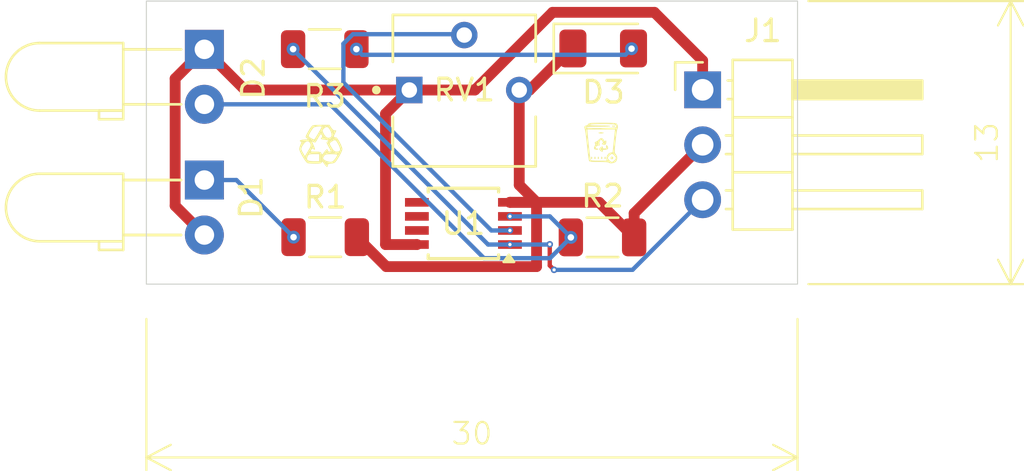
<source format=kicad_pcb>
(kicad_pcb (version 20241229) (generator "pcbnew") (generator_version "9.0")
  (layers (0 "F.Cu" signal) (2 "B.Cu" signal) (13 "F.Paste" user) (15 "B.Paste" user) (5 "F.SilkS" user "F.Silkscreen") (7 "B.SilkS" user "B.Silkscreen") (1 "F.Mask" user) (3 "B.Mask" user) (25 "Edge.Cuts" user))
  (net 0 "")
  (net 1 "+5V")
  (net 2 "Net-(D1-K)")
  (net 3 "/NON_INV")
  (net 4 "GND")
  (net 5 "Net-(D3-A)")
  (net 6 "/OP")
  (net 7 "/INV")
  (footprint "LED_THT:LED_D3.0mm_Horizontal_O3.81mm_Z2.0mm" (layer "F.Cu") (at 132.72 91.16 -90)
    (property "Reference" "D2" (at 1.34 -2.26 270) (layer "F.SilkS"))
    (property "Value" "IR RECEIVR" (hide yes))
    (fp_line (start 2.83 4.87) (end 2.83 3.75) (stroke (width 0.12)) (layer "F.SilkS"))
    (fp_line (start 3.23 4.87) (end 2.83 4.87) (stroke (width 0.12)) (layer "F.SilkS"))
    (fp_line (start -0.29 3.75) (end -0.29 7.61) (stroke (width 0.12)) (layer "F.SilkS"))
    (fp_line (start -0.29 3.75) (end 2.83 3.75) (stroke (width 0.12)) (layer "F.SilkS"))
    (fp_line (start 0 3.75) (end 0 3.75) (stroke (width 0.12)) (layer "F.SilkS"))
    (fp_line (start 0 3.75) (end 0 1.08) (stroke (width 0.12)) (layer "F.SilkS"))
    (fp_line (start 2.54 3.75) (end 2.54 3.75) (stroke (width 0.12)) (layer "F.SilkS"))
    (fp_line (start 2.54 3.75) (end 2.54 1.08) (stroke (width 0.12)) (layer "F.SilkS"))
    (fp_line (start 2.83 3.75) (end 2.83 7.61) (stroke (width 0.12)) (layer "F.SilkS"))
    (fp_line (start 2.83 3.75) (end 3.23 3.75) (stroke (width 0.12)) (layer "F.SilkS"))
    (fp_line (start 3.23 3.75) (end 3.23 4.87) (stroke (width 0.12)) (layer "F.SilkS"))
    (fp_line (start 0 1.08) (end 0 3.75) (stroke (width 0.12)) (layer "F.SilkS"))
    (fp_line (start 0 1.08) (end 0 1.08) (stroke (width 0.12)) (layer "F.SilkS"))
    (fp_line (start 2.54 1.08) (end 2.54 3.75) (stroke (width 0.12)) (layer "F.SilkS"))
    (fp_line (start 2.54 1.08) (end 2.54 1.08) (stroke (width 0.12)) (layer "F.SilkS"))
    (fp_arc (start 2.83 7.61) (mid 1.27 9.17) (end -0.29 7.61) (stroke (width 0.12)) (layer "F.SilkS"))
    (pad "1" thru_hole rect (at 0 0 270) (size 1.8 1.8) (drill 0.9) (layers "*.Cu" "*.Mask") (net 1 "+5V"))
    (pad "2" thru_hole circle (at 2.54 0 270) (size 1.8 1.8) (drill 0.9) (layers "*.Cu" "*.Mask") (net 3 "/NON_INV"))
  )
  (footprint "Resistor_SMD:R_1206_3216Metric" (layer "F.Cu") (at 138.3025 99.84)
    (property "Reference" "R1" (at 0 -1.85 0) (layer "F.SilkS"))
    (property "Value" "R" (hide yes))
    (fp_line (start -0.727064 -0.91) (end 0.727064 -0.91) (stroke (width 0.12)) (layer "F.SilkS"))
    (fp_line (start -0.727064 0.91) (end 0.727064 0.91) (stroke (width 0.12)) (layer "F.SilkS"))
    (pad "1" smd roundrect (at -1.4625 0) (size 1.125 1.75) (layers "F.Cu" "F.Mask" "F.Paste") (roundrect_rratio 0.222222) (net 2 "Net-(D1-K)"))
    (pad "2" smd roundrect (at 1.4625 0) (size 1.125 1.75) (layers "F.Cu" "F.Mask" "F.Paste") (roundrect_rratio 0.222222) (net 4 "GND"))
  )
  (footprint "LED_SMD:LED_1206_3216Metric" (layer "F.Cu") (at 151.15 91.12)
    (property "Reference" "D3" (at 0.01 2.02 0) (layer "F.SilkS"))
    (property "Value" "LED" (hide yes))
    (fp_line (start -2.285 -1.135) (end -2.285 1.135) (stroke (width 0.12)) (layer "F.SilkS"))
    (fp_line (start -2.285 1.135) (end 1.6 1.135) (stroke (width 0.12)) (layer "F.SilkS"))
    (fp_line (start 1.6 -1.135) (end -2.285 -1.135) (stroke (width 0.12)) (layer "F.SilkS"))
    (pad "1" smd roundrect (at -1.4 0) (size 1.25 1.75) (layers "F.Cu" "F.Mask" "F.Paste") (roundrect_rratio 0.2) (net 4 "GND"))
    (pad "2" smd roundrect (at 1.4 0) (size 1.25 1.75) (layers "F.Cu" "F.Mask" "F.Paste") (roundrect_rratio 0.2) (net 5 "Net-(D3-A)"))
  )
  (footprint "LED_THT:LED_D3.0mm_Horizontal_O3.81mm_Z2.0mm" (layer "F.Cu") (at 132.72 97.2 -90)
    (property "Reference" "D1" (at 0.81 -2.16 270) (layer "F.SilkS"))
    (property "Value" "IR TRANSMITTER" (hide yes))
    (fp_line (start 2.83 4.87) (end 2.83 3.75) (stroke (width 0.12)) (layer "F.SilkS"))
    (fp_line (start 3.23 4.87) (end 2.83 4.87) (stroke (width 0.12)) (layer "F.SilkS"))
    (fp_line (start -0.29 3.75) (end -0.29 7.61) (stroke (width 0.12)) (layer "F.SilkS"))
    (fp_line (start -0.29 3.75) (end 2.83 3.75) (stroke (width 0.12)) (layer "F.SilkS"))
    (fp_line (start 0 3.75) (end 0 3.75) (stroke (width 0.12)) (layer "F.SilkS"))
    (fp_line (start 0 3.75) (end 0 1.08) (stroke (width 0.12)) (layer "F.SilkS"))
    (fp_line (start 2.54 3.75) (end 2.54 3.75) (stroke (width 0.12)) (layer "F.SilkS"))
    (fp_line (start 2.54 3.75) (end 2.54 1.08) (stroke (width 0.12)) (layer "F.SilkS"))
    (fp_line (start 2.83 3.75) (end 2.83 7.61) (stroke (width 0.12)) (layer "F.SilkS"))
    (fp_line (start 2.83 3.75) (end 3.23 3.75) (stroke (width 0.12)) (layer "F.SilkS"))
    (fp_line (start 3.23 3.75) (end 3.23 4.87) (stroke (width 0.12)) (layer "F.SilkS"))
    (fp_line (start 0 1.08) (end 0 3.75) (stroke (width 0.12)) (layer "F.SilkS"))
    (fp_line (start 0 1.08) (end 0 1.08) (stroke (width 0.12)) (layer "F.SilkS"))
    (fp_line (start 2.54 1.08) (end 2.54 3.75) (stroke (width 0.12)) (layer "F.SilkS"))
    (fp_line (start 2.54 1.08) (end 2.54 1.08) (stroke (width 0.12)) (layer "F.SilkS"))
    (fp_arc (start 2.83 7.61) (mid 1.27 9.17) (end -0.29 7.61) (stroke (width 0.12)) (layer "F.SilkS"))
    (pad "1" thru_hole rect (at 0 0 270) (size 1.8 1.8) (drill 0.9) (layers "*.Cu" "*.Mask") (net 2 "Net-(D1-K)"))
    (pad "2" thru_hole circle (at 2.54 0 270) (size 1.8 1.8) (drill 0.9) (layers "*.Cu" "*.Mask") (net 1 "+5V"))
  )
  (footprint "Package_SO:TSSOP-8_3x3mm_P0.65mm" (layer "F.Cu") (at 144.69 99.205 180)
    (property "Reference" "U1" (at 0 -0.005 0) (layer "F.SilkS"))
    (property "Value" "LM358" (hide yes))
    (fp_line (start 1.625 1.45) (end 1.625 1.625) (stroke (width 0.15)) (layer "F.SilkS"))
    (fp_line (start 1.625 -1.625) (end 1.625 -1.45) (stroke (width 0.15)) (layer "F.SilkS"))
    (fp_line (start -1.625 1.625) (end 1.625 1.625) (stroke (width 0.15)) (layer "F.SilkS"))
    (fp_line (start -1.625 1.45) (end -1.625 1.625) (stroke (width 0.15)) (layer "F.SilkS"))
    (fp_line (start -1.625 -1.625) (end 1.625 -1.625) (stroke (width 0.15)) (layer "F.SilkS"))
    (fp_line (start -1.625 -1.625) (end -1.625 -1.45) (stroke (width 0.15)) (layer "F.SilkS"))
    (fp_poly (pts (xy -2.1 -1.45) (xy -2.34 -1.78) (xy -1.86 -1.78) (xy -2.1 -1.45)) (stroke (width 0.12)) (fill yes) (layer "F.SilkS"))
    (pad "1" smd rect (at -2.15 -0.975 180) (size 1.1 0.4) (layers "F.Cu" "F.Mask" "F.Paste") (net 6 "/OP"))
    (pad "2" smd rect (at -2.15 -0.325 180) (size 1.1 0.4) (layers "F.Cu" "F.Mask" "F.Paste") (net 7 "/INV"))
    (pad "3" smd rect (at -2.15 0.325 180) (size 1.1 0.4) (layers "F.Cu" "F.Mask" "F.Paste") (net 3 "/NON_INV"))
    (pad "4" smd rect (at -2.15 0.975 180) (size 1.1 0.4) (layers "F.Cu" "F.Mask" "F.Paste") (net 4 "GND"))
    (pad "5" smd rect (at 2.15 0.975 180) (size 1.1 0.4) (layers "F.Cu" "F.Mask" "F.Paste"))
    (pad "6" smd rect (at 2.15 0.325 180) (size 1.1 0.4) (layers "F.Cu" "F.Mask" "F.Paste"))
    (pad "7" smd rect (at 2.15 -0.325 180) (size 1.1 0.4) (layers "F.Cu" "F.Mask" "F.Paste"))
    (pad "8" smd rect (at 2.15 -0.975 180) (size 1.1 0.4) (layers "F.Cu" "F.Mask" "F.Paste") (net 1 "+5V"))
  )
  (footprint "Resistor_SMD:R_1206_3216Metric" (layer "F.Cu") (at 151.1175 99.85)
    (property "Reference" "R2" (at 0 -1.91 0) (layer "F.SilkS"))
    (property "Value" "R" (hide yes))
    (fp_line (start -0.727064 -0.91) (end 0.727064 -0.91) (stroke (width 0.12)) (layer "F.SilkS"))
    (fp_line (start -0.727064 0.91) (end 0.727064 0.91) (stroke (width 0.12)) (layer "F.SilkS"))
    (pad "1" smd roundrect (at -1.4625 0) (size 1.125 1.75) (layers "F.Cu" "F.Mask" "F.Paste") (roundrect_rratio 0.222222) (net 3 "/NON_INV"))
    (pad "2" smd roundrect (at 1.4625 0) (size 1.125 1.75) (layers "F.Cu" "F.Mask" "F.Paste") (roundrect_rratio 0.222222) (net 4 "GND"))
  )
  (footprint "LOGO" (layer "F.Cu") (at 151.112918 95.427453)
    (property "Reference" "G***" (hide yes))
    (property "Value" "LOGO" (hide yes))
    (fp_poly (pts (xy -0.475078 0.714376) (xy -0.469212 0.750739) (xy -0.482312 0.801569) (xy -0.500493 0.8133) (xy -0.525908 0.787101) (xy -0.531774 0.750739) (xy -0.518674 0.699908) (xy -0.500493 0.688177)) (fill yes) (layer "F.SilkS"))
    (fp_poly (pts (xy -0.318674 0.714376) (xy -0.312808 0.750739) (xy -0.325908 0.801569) (xy -0.344089 0.8133) (xy -0.369504 0.787101) (xy -0.37537 0.750739) (xy -0.36227 0.699908) (xy -0.344089 0.688177)) (fill yes) (layer "F.SilkS"))
    (fp_poly (pts (xy -0.16227 0.714376) (xy -0.156404 0.750739) (xy -0.169504 0.801569) (xy -0.187685 0.8133) (xy -0.2131 0.787101) (xy -0.218966 0.750739) (xy -0.205866 0.699908) (xy -0.187685 0.688177)) (fill yes) (layer "F.SilkS"))
    (fp_poly (pts (xy -0.005866 0.714376) (xy 0 0.750739) (xy -0.0131 0.801569) (xy -0.031281 0.8133) (xy -0.056696 0.787101) (xy -0.062562 0.750739) (xy -0.049462 0.699908) (xy -0.031281 0.688177)) (fill yes) (layer "F.SilkS"))
    (fp_poly (pts (xy 0.150538 0.714376) (xy 0.156404 0.750739) (xy 0.143304 0.801569) (xy 0.125123 0.8133) (xy 0.099708 0.787101) (xy 0.093842 0.750739) (xy 0.106942 0.699908) (xy 0.125123 0.688177)) (fill yes) (layer "F.SilkS"))
    (fp_poly (pts (xy 0.490211 0.710296) (xy 0.500492 0.750739) (xy 0.478373 0.803018) (xy 0.437931 0.8133) (xy 0.385651 0.791181) (xy 0.375369 0.750739) (xy 0.397488 0.698459) (xy 0.437931 0.688177)) (fill yes) (layer "F.SilkS"))
    (fp_poly (pts (xy 0.574919 -0.740031) (xy 0.594335 -0.719458) (xy 0.567565 -0.695944) (xy 0.516133 -0.688178) (xy 0.457346 -0.698885) (xy 0.437931 -0.719458) (xy 0.4647 -0.742973) (xy 0.516133 -0.750739)) (fill yes) (layer "F.SilkS"))
    (fp_poly (pts (xy 0.015791 -0.430994) (xy 0.059371 -0.413662) (xy 0.062561 -0.406651) (xy 0.034811 -0.387062) (xy -0.034514 -0.376167) (xy -0.062562 -0.37537) (xy -0.140914 -0.382307) (xy -0.184494 -0.399639) (xy -0.187685 -0.406651) (xy -0.159934 -0.426239) (xy -0.090609 -0.437134) (xy -0.062562 -0.437931)) (fill yes) (layer "F.SilkS"))
    (fp_poly (pts (xy 0.236073 0.195227) (xy 0.249033 0.216699) (xy 0.270713 0.297507) (xy 0.237021 0.351) (xy 0.150092 0.374492) (xy 0.122758 0.375369) (xy 0.044543 0.380632) (xy 0.016675 0.399948) (xy 0.019969 0.42229) (xy 0.01869 0.461317) (xy -0.017351 0.466794) (xy -0.071452 0.440739) (xy -0.109483 0.40665) (xy -0.147476 0.357468) (xy -0.141778 0.320369) (xy -0.109483 0.281527) (xy -0.052627 0.235476) (xy -0.00264 0.219606) (xy 0.023774 0.235933) (xy 0.019969 0.265886) (xy 0.022751 0.299965) (xy 0.07392 0.31236) (xy 0.09542 0.312808) (xy 0.159646 0.306898) (xy 0.177041 0.278292) (xy 0.169249 0.234606) (xy 0.167375 0.172442) (xy 0.194576 0.15821)) (fill yes) (layer "F.SilkS"))
    (fp_poly (pts (xy -0.014337 -0.163618) (xy 0.050697 -0.099645) (xy 0.070572 -0.069644) (xy 0.105994 -0.022853) (xy 0.123824 -0.019444) (xy 0.124291 -0.023461) (xy 0.146106 -0.059813) (xy 0.158386 -0.062562) (xy 0.178654 -0.035353) (xy 0.182443 0.032155) (xy 0.181846 0.039101) (xy 0.161745 0.116914) (xy 0.116007 0.14773) (xy 0.109482 0.148763) (xy 0.048416 0.144161) (xy -0.002298 0.12233) (xy -0.025341 0.094422) (xy -0.00782 0.073214) (xy 0.026292 0.046778) (xy 0.016138 0.002788) (xy -0.015054 -0.042917) (xy -0.053632 -0.082427) (xy -0.088362 -0.071312) (xy -0.107622 -0.053251) (xy -0.140756 0.014544) (xy -0.135589 0.096257) (xy -0.126181 0.16396) (xy -0.141068 0.18639) (xy -0.177893 0.181181) (xy -0.246746 0.191196) (xy -0.276631 0.22275) (xy -0.308334 0.282982) (xy -0.297504 0.308174) (xy -0.250247 0.312808) (xy -0.199416 0.325907) (xy -0.187685 0.344088) (xy -0.212504 0.370327) (xy -0.270031 0.375908) (xy -0.33487 0.363367) (xy -0.381628 0.335242) (xy -0.388373 0.32404) (xy -0.386837 0.262072) (xy -0.358346 0.196824) (xy -0.32719 0.131382) (xy -0.339913 0.083683) (xy -0.345396 0.076627) (xy -0.360932 0.04035) (xy -0.326889 0.012251) (xy -0.299328 0.000821) (xy -0.218957 -0.046195) (xy -0.147252 -0.111164) (xy -0.07835 -0.167083)) (fill yes) (layer "F.SilkS"))
    (fp_poly (pts (xy 0.217254 -0.87518) (xy 0.381443 -0.872724) (xy 0.499782 -0.867883) (xy 0.580623 -0.860047) (xy 0.632316 -0.848603) (xy 0.663212 -0.832941) (xy 0.670302 -0.826707) (xy 0.711828 -0.746011) (xy 0.714522 -0.643821) (xy 0.689623 -0.57045) (xy 0.67653 -0.521987) (xy 0.659555 -0.423022) (xy 0.640392 -0.285365) (xy 0.620737 -0.120826) (xy 0.608507 -0.005118) (xy 0.589756 0.183899) (xy 0.577512 0.320751) (xy 0.572023 0.415521) (xy 0.573535 0.47829) (xy 0.582294 0.519141) (xy 0.598547 0.548157) (xy 0.622539 0.57542) (xy 0.622701 0.575592) (xy 0.677985 0.67495) (xy 0.686153 0.789218) (xy 0.647657 0.894943) (xy 0.615779 0.932971) (xy 0.544447 0.975048) (xy 0.453392 0.998608) (xy 0.365961 1.000957) (xy 0.305498 0.979406) (xy 0.297167 0.969704) (xy 0.259106 0.957339) (xy 0.167663 0.947589) (xy 0.031988 0.941084) (xy -0.138769 0.93845) (xy -0.158921 0.938423) (xy -0.332109 0.938003) (xy -0.453041 0.935703) (xy -0.532022 0.929963) (xy -0.579356 0.919223) (xy -0.605348 0.901922) (xy -0.620302 0.8765) (xy -0.623784 0.868042) (xy -0.635199 0.816796) (xy -0.651126 0.713562) (xy -0.670234 0.568641) (xy -0.69119 0.392333) (xy -0.71266 0.194938) (xy -0.719474 0.128487) (xy -0.741021 -0.07225) (xy -0.76294 -0.254015) (xy -0.783831 -0.406816) (xy -0.797756 -0.492673) (xy -0.688243 -0.492673) (xy -0.685022 -0.436338) (xy -0.676131 -0.332239) (xy -0.662807 -0.192009) (xy -0.646289 -0.027279) (xy -0.627815 0.150317) (xy -0.608623 0.329148) (xy -0.589952 0.49758) (xy -0.573038 0.643982) (xy -0.559121 0.75672) (xy -0.549437 0.824162) (xy -0.54675 0.836761) (xy -0.519734 0.855225) (xy -0.448909 0.867443) (xy -0.327833 0.874088) (xy -0.173026 0.875862) (xy 0.187684 0.875862) (xy 0.187684 0.760575) (xy 0.189683 0.750739) (xy 0.250246 0.750739) (xy 0.27063 0.794219) (xy 0.320374 0.854863) (xy 0.327026 0.861643) (xy 0.388053 0.91361) (xy 0.434686 0.938136) (xy 0.437931 0.938423) (xy 0.481411 0.918039) (xy 0.542055 0.868296) (xy 0.548835 0.861643) (xy 0.600802 0.800617) (xy 0.625328 0.753983) (xy 0.625615 0.750739) (xy 0.605231 0.707258) (xy 0.555488 0.646614) (xy 0.548835 0.639834) (xy 0.487809 0.587867) (xy 0.441175 0.563342) (xy 0.437931 0.563054) (xy 0.39445 0.583438) (xy 0.333807 0.633181) (xy 0.327026 0.639834) (xy 0.275059 0.700861) (xy 0.250534 0.747494) (xy 0.250246 0.750739) (xy 0.189683 0.750739) (xy 0.210538 0.648115) (xy 0.270377 0.558043) (xy 0.354122 0.506655) (xy 0.396462 0.500492) (xy 0.453334 0.491861) (xy 0.470861 0.477032) (xy 0.474568 0.439467) (xy 0.483761 0.350638) (xy 0.497295 0.221489) (xy 0.514024 0.062965) (xy 0.526504 -0.054742) (xy 0.580497 -0.563054) (xy -0.05384 -0.563054) (xy -0.688178 -0.563054) (xy -0.688243 -0.492673) (xy -0.797756 -0.492673) (xy -0.802295 -0.520662) (xy -0.816933 -0.585561) (xy -0.820755 -0.594647) (xy -0.837288 -0.656298) (xy -0.750739 -0.656298) (xy -0.721292 -0.645586) (xy -0.640142 -0.637747) (xy -0.51807 -0.632623) (xy -0.365863 -0.630057) (xy -0.194304 -0.629891) (xy -0.014176 -0.631968) (xy 0.163736 -0.63613) (xy 0.328648 -0.64222) (xy 0.469776 -0.650079) (xy 0.576337 -0.659552) (xy 0.637545 -0.67048) (xy 0.647885 -0.676727) (xy 0.637529 -0.724458) (xy 0.609137 -0.762749) (xy 0.582162 -0.781263) (xy 0.537803 -0.794749) (xy 0.467085 -0.803951) (xy 0.361032 -0.809614) (xy 0.210667 -0.812482) (xy 0.007013 -0.8133) (xy -0.000389 -0.813301) (xy -0.206529 -0.811578) (xy -0.3738 -0.806649) (xy -0.49554 -0.798875) (xy -0.565088 -0.788617) (xy -0.578695 -0.78202) (xy -0.556962 -0.768868) (xy -0.474738 -0.759186) (xy -0.334003 -0.753107) (xy -0.136739 -0.750763) (xy -0.111329 -0.750739) (xy 0.084516 -0.748785) (xy 0.234119 -0.743141) (xy 0.332386 -0.734135) (xy 0.37422 -0.722093) (xy 0.375369 -0.719458) (xy 0.344811 -0.707506) (xy 0.25593 -0.698217) (xy 0.112919 -0.691825) (xy -0.080031 -0.688563) (xy -0.187685 -0.688178) (xy -0.408996 -0.686436) (xy -0.577736 -0.681321) (xy -0.690983 -0.672998) (xy -0.745816 -0.661633) (xy -0.750739 -0.656298) (xy -0.837288 -0.656298) (xy -0.840358 -0.667748) (xy -0.814206 -0.726884) (xy -0.752822 -0.750739) (xy -0.68927 -0.775988) (xy -0.656897 -0.813301) (xy -0.642322 -0.83465) (xy -0.618993 -0.850504) (xy -0.578375 -0.861677) (xy -0.511938 -0.868984) (xy -0.411147 -0.873237) (xy -0.267471 -0.875252) (xy -0.072376 -0.875842) (xy -0.001134 -0.875862)) (fill yes) (layer "F.SilkS"))
  )
  (footprint "Resistor_SMD:R_1206_3216Metric" (layer "F.Cu") (at 138.2825 91.15)
    (property "Reference" "R3" (at 0 2.18 0) (layer "F.SilkS"))
    (property "Value" "R" (hide yes))
    (fp_line (start -0.727064 -0.91) (end 0.727064 -0.91) (stroke (width 0.12)) (layer "F.SilkS"))
    (fp_line (start -0.727064 0.91) (end 0.727064 0.91) (stroke (width 0.12)) (layer "F.SilkS"))
    (pad "1" smd roundrect (at -1.4625 0) (size 1.125 1.75) (layers "F.Cu" "F.Mask" "F.Paste") (roundrect_rratio 0.222222) (net 6 "/OP"))
    (pad "2" smd roundrect (at 1.4625 0) (size 1.125 1.75) (layers "F.Cu" "F.Mask" "F.Paste") (roundrect_rratio 0.222222) (net 5 "Net-(D3-A)"))
  )
  (footprint "Connector_PinHeader_2.54mm:PinHeader_1x03_P2.54mm_Horizontal" (layer "F.Cu") (at 155.745 93.03)
    (property "Reference" "J1" (at 2.785 -2.73 180) (layer "F.SilkS"))
    (property "Value" "Conn_01x03_Pin" (hide yes))
    (fp_line (start -1.27 -1.27) (end 0 -1.27) (stroke (width 0.12)) (layer "F.SilkS"))
    (fp_line (start -1.27 0) (end -1.27 -1.27) (stroke (width 0.12)) (layer "F.SilkS"))
    (fp_line (start 1.077358 2.11) (end 1.39 2.11) (stroke (width 0.12)) (layer "F.SilkS"))
    (fp_line (start 1.077358 2.97) (end 1.39 2.97) (stroke (width 0.12)) (layer "F.SilkS"))
    (fp_line (start 1.077358 4.65) (end 1.39 4.65) (stroke (width 0.12)) (layer "F.SilkS"))
    (fp_line (start 1.077358 5.51) (end 1.39 5.51) (stroke (width 0.12)) (layer "F.SilkS"))
    (fp_line (start 1.16 -0.43) (end 1.39 -0.43) (stroke (width 0.12)) (layer "F.SilkS"))
    (fp_line (start 1.16 0.43) (end 1.39 0.43) (stroke (width 0.12)) (layer "F.SilkS"))
    (fp_line (start 1.39 -1.38) (end 1.39 6.46) (stroke (width 0.12)) (layer "F.SilkS"))
    (fp_line (start 1.39 1.27) (end 4.15 1.27) (stroke (width 0.12)) (layer "F.SilkS"))
    (fp_line (start 1.39 3.81) (end 4.15 3.81) (stroke (width 0.12)) (layer "F.SilkS"))
    (fp_line (start 1.39 6.46) (end 4.15 6.46) (stroke (width 0.12)) (layer "F.SilkS"))
    (fp_line (start 4.15 -1.38) (end 1.39 -1.38) (stroke (width 0.12)) (layer "F.SilkS"))
    (fp_line (start 4.15 2.11) (end 10.15 2.11) (stroke (width 0.12)) (layer "F.SilkS"))
    (fp_line (start 4.15 4.65) (end 10.15 4.65) (stroke (width 0.12)) (layer "F.SilkS"))
    (fp_line (start 4.15 6.46) (end 4.15 -1.38) (stroke (width 0.12)) (layer "F.SilkS"))
    (fp_line (start 10.15 2.11) (end 10.15 2.97) (stroke (width 0.12)) (layer "F.SilkS"))
    (fp_line (start 10.15 2.97) (end 4.15 2.97) (stroke (width 0.12)) (layer "F.SilkS"))
    (fp_line (start 10.15 4.65) (end 10.15 5.51) (stroke (width 0.12)) (layer "F.SilkS"))
    (fp_line (start 10.15 5.51) (end 4.15 5.51) (stroke (width 0.12)) (layer "F.SilkS"))
    (fp_rect (start 4.15 -0.43) (end 10.15 0.43) (stroke (width 0.12)) (fill yes) (layer "F.SilkS"))
    (pad "1" thru_hole rect (at 0 0) (size 1.7 1.7) (drill 1) (layers "*.Cu" "*.Mask") (net 1 "+5V"))
    (pad "2" thru_hole circle (at 0 2.54) (size 1.7 1.7) (drill 1) (layers "*.Cu" "*.Mask") (net 4 "GND"))
    (pad "3" thru_hole circle (at 0 5.08) (size 1.7 1.7) (drill 1) (layers "*.Cu" "*.Mask") (net 6 "/OP"))
  )
  (footprint "LOGO" (layer "F.Cu") (at 138.1 95.605825)
    (property "Reference" "G***" (hide yes))
    (property "Value" "LOGO" (hide yes))
    (fp_poly (pts (xy 0.489632 -0.820893) (xy 0.568164 -0.725376) (xy 0.6369 -0.700711) (xy 0.65 -0.703588) (xy 0.706189 -0.708112) (xy 0.711032 -0.665667) (xy 0.665041 -0.568882) (xy 0.66 -0.56) (xy 0.609009 -0.447981) (xy 0.614132 -0.389765) (xy 0.67 -0.385665) (xy 0.721572 -0.375413) (xy 0.781885 -0.311755) (xy 0.86023 -0.184523) (xy 0.87 -0.166846) (xy 0.937162 -0.030449) (xy 0.984119 0.091578) (xy 1 0.166563) (xy 0.979641 0.245265) (xy 0.925678 0.367182) (xy 0.84878 0.508898) (xy 0.829182 0.541488) (xy 0.742301 0.6795) (xy 0.678855 0.763175) (xy 0.621736 0.807146) (xy 0.55384 0.826042) (xy 0.489182 0.832299) (xy 0.379288 0.847522) (xy 0.32959 0.878837) (xy 0.32 0.922299) (xy 0.30731 0.98835) (xy 0.267712 0.983721) (xy 0.198907 0.907411) (xy 0.16 0.852648) (xy 0.09511 0.767605) (xy 0.059045 0.748951) (xy 0.047067 0.772922) (xy 0.026976 0.808346) (xy -0.027266 0.828919) (xy -0.132096 0.838235) (xy -0.259662 0.84) (xy -0.412998 0.836771) (xy -0.540089 0.828277) (xy -0.614996 0.816302) (xy -0.617676 0.815356) (xy -0.671781 0.767165) (xy -0.746231 0.667339) (xy -0.787803 0.601632) (xy -0.638828 0.601632) (xy -0.618116 0.669039) (xy -0.536227 0.706186) (xy -0.385404 0.71959) (xy -0.341256 0.72) (xy -0.08 0.72) (xy -0.08 0.569064) (xy 0.106622 0.569064) (xy 0.117127 0.616763) (xy 0.151971 0.651937) (xy 0.242831 0.706152) (xy 0.383174 0.742721) (xy 0.462354 0.754552) (xy 0.526025 0.736317) (xy 0.566502 0.71) (xy 0.633108 0.641049) (xy 0.701055 0.549788) (xy 0.749252 0.466619) (xy 0.76 0.431099) (xy 0.723412 0.415658) (xy 0.627249 0.404527) (xy 0.491911 0.40001) (xy 0.4846 0.4) (xy 0.335045 0.40296) (xy 0.243366 0.415996) (xy 0.187531 0.445336) (xy 0.146571 0.495584) (xy 0.106622 0.569064) (xy -0.08 0.569064) (xy -0.08 0.56) (xy -0.08 0.4) (xy -0.320858 0.4) (xy -0.457696 0.403389) (xy -0.537179 0.418691) (xy -0.581842 0.453603) (xy -0.606116 0.497449) (xy -0.638828 0.601632) (xy -0.787803 0.601632) (xy -0.828565 0.537204) (xy -0.90632 0.398091) (xy -0.967034 0.271326) (xy -0.998245 0.178238) (xy -1 0.161034) (xy -0.992597 0.122223) (xy -0.895731 0.122223) (xy -0.895183 0.187807) (xy -0.856629 0.274294) (xy -0.831107 0.319844) (xy -0.776089 0.414423) (xy -0.740776 0.471789) (xy -0.734676 0.479691) (xy -0.713269 0.448317) (xy -0.661949 0.365468) (xy -0.591483 0.248553) (xy -0.587525 0.241914) (xy -0.457929 0.241914) (xy -0.445629 0.267137) (xy -0.385758 0.277714) (xy -0.263272 0.279984) (xy -0.237663 0.28) (xy -0.099695 0.283368) (xy -0.021717 0.297558) (xy 0.01614 0.328691) (xy 0.028977 0.36217) (xy 0.046851 0.406419) (xy 0.074905 0.399921) (xy 0.127563 0.335622) (xy 0.151621 0.30217) (xy 0.220439 0.215347) (xy 0.273942 0.165042) (xy 0.286388 0.16) (xy 0.316234 0.192489) (xy 0.32 0.22) (xy 0.353629 0.268795) (xy 0.402935 0.28) (xy 0.445217 0.275441) (xy 0.456288 0.251346) (xy 0.433095 0.192087) (xy 0.372587 0.082036) (xy 0.359939 0.059894) (xy 0.293474 -0.060809) (xy 0.288148 -0.073997) (xy 0.419396 -0.073997) (xy 0.448095 -0.006588) (xy 0.505977 0.092191) (xy 0.58064 0.204055) (xy 0.643823 0.260623) (xy 0.717589 0.279229) (xy 0.745043 0.28) (xy 0.84615 0.262375) (xy 0.890619 0.203709) (xy 0.890698 0.20341) (xy 0.88258 0.126894) (xy 0.839518 0.011287) (xy 0.794128 -0.077336) (xy 0.721857 -0.194926) (xy 0.663567 -0.246722) (xy 0.596266 -0.237871) (xy 0.496957 -0.173523) (xy 0.466268 -0.15074) (xy 0.426643 -0.114772) (xy 0.419396 -0.073997) (xy 0.288148 -0.073997) (xy 0.265187 -0.130847) (xy 0.271153 -0.167581) (xy 0.304079 -0.187101) (xy 0.350851 -0.210943) (xy 0.325116 -0.232751) (xy 0.297075 -0.244184) (xy 0.197093 -0.268555) (xy 0.11 -0.277189) (xy 0.028889 -0.294089) (xy -0.00169 -0.328344) (xy 0.030897 -0.363118) (xy 0.042289 -0.36743) (xy 0.06286 -0.407254) (xy 0.050329 -0.471098) (xy 0.015918 -0.516383) (xy 0.002077 -0.52) (xy -0.03142 -0.487744) (xy -0.087454 -0.404384) (xy -0.13614 -0.32) (xy -0.207027 -0.196987) (xy -0.257566 -0.136694) (xy -0.30181 -0.129616) (xy -0.353811 -0.166247) (xy -0.357888 -0.17) (xy -0.388342 -0.194986) (xy -0.396647 -0.186951) (xy -0.379926 -0.134338) (xy -0.335298 -0.025587) (xy -0.303096 0.05) (xy -0.268626 0.153543) (xy -0.275715 0.198588) (xy -0.322026 0.179671) (xy -0.348295 0.155705) (xy -0.393449 0.140752) (xy -0.437702 0.195705) (xy -0.457929 0.241914) (xy -0.587525 0.241914) (xy -0.585902 0.239191) (xy -0.510527 0.106158) (xy -0.473919 0.017834) (xy -0.469876 -0.047238) (xy -0.487647 -0.100809) (xy -0.554313 -0.183696) (xy -0.63929 -0.194459) (xy -0.734131 -0.136364) (xy -0.830386 -0.012677) (xy -0.862039 0.043942) (xy -0.895731 0.122223) (xy -0.992597 0.122223) (xy -0.981778 0.065503) (xy -0.938602 -0.042706) (xy -0.900855 -0.125304) (xy -0.904504 -0.165412) (xy -0.941956 -0.186286) (xy -0.979883 -0.216971) (xy -0.950839 -0.246926) (xy -0.867677 -0.270143) (xy -0.743251 -0.280617) (xy -0.74 -0.28066) (xy -0.642134 -0.284466) (xy -0.612919 -0.29785) (xy -0.641029 -0.328569) (xy -0.654663 -0.339092) (xy -0.690691 -0.372077) (xy -0.700742 -0.410867) (xy -0.691802 -0.438992) (xy -0.56 -0.438992) (xy -0.528819 -0.399734) (xy -0.456067 -0.347129) (xy -0.372933 -0.301089) (xy -0.313458 -0.281602) (xy -0.28265 -0.313057) (xy -0.224017 -0.398139) (xy -0.148562 -0.520524) (xy -0.123458 -0.563514) (xy -0.055948 -0.682287) (xy 0.08 -0.682287) (xy 0.098862 -0.626567) (xy 0.145908 -0.53375) (xy 0.163951 -0.502287) (xy 0.23831 -0.402923) (xy 0.318373 -0.363221) (xy 0.359614 -0.36) (xy 0.450271 -0.379305) (xy 0.493703 -0.449584) (xy 0.495795 -0.45749) (xy 0.490358 -0.559296) (xy 0.44464 -0.681574) (xy 0.375161 -0.7912) (xy 0.298446 -0.855052) (xy 0.297249 -0.855521) (xy 0.231641 -0.845059) (xy 0.153332 -0.792956) (xy 0.093769 -0.724287) (xy 0.08 -0.682287) (xy -0.055948 -0.682287) (xy -0.047974 -0.696316) (xy 0.009055 -0.800219) (xy 0.038141 -0.85781) (xy 0.04 -0.863514) (xy 0.005794 -0.879921) (xy -0.077389 -0.881782) (xy -0.180405 -0.87177) (xy -0.274104 -0.852552) (xy -0.325887 -0.83) (xy -0.381879 -0.766083) (xy -0.449662 -0.665815) (xy -0.512357 -0.557391) (xy -0.553082 -0.469003) (xy -0.56 -0.438992) (xy -0.691802 -0.438992) (xy -0.680817 -0.473553) (xy -0.626917 -0.578229) (xy -0.585218 -0.653327) (xy -0.506352 -0.782773) (xy -0.433256 -0.882982) (xy -0.380663 -0.933958) (xy -0.377284 -0.935508) (xy -0.310047 -0.946545) (xy -0.185301 -0.954999) (xy -0.025524 -0.95956) (xy 0.042903 -0.96) (xy 0.399264 -0.96)) (fill yes) (layer "F.SilkS"))
  )
  (footprint "Potentiometer:TRIM_3362P-1-103" (layer "F.Cu") (at 144.73 93.04)
    (property "Reference" "RV1" (at 0 0 0) (layer "F.SilkS") (effects (font (size 1.002756 1.002756))))
    (property "Value" "Potentiometer" (hide yes))
    (fp_line (start -3.3 -3.47) (end 3.3 -3.47) (stroke (width 0.127)) (layer "F.SilkS"))
    (fp_line (start -3.3 -1.305) (end -3.3 -3.47) (stroke (width 0.127)) (layer "F.SilkS"))
    (fp_line (start -3.3 3.52) (end -3.3 1.235) (stroke (width 0.127)) (layer "F.SilkS"))
    (fp_line (start 3.3 -3.47) (end 3.3 -1.305) (stroke (width 0.127)) (layer "F.SilkS"))
    (fp_line (start 3.3 1.235) (end 3.3 3.52) (stroke (width 0.127)) (layer "F.SilkS"))
    (fp_line (start 3.3 3.53) (end -3.3 3.53) (stroke (width 0.127)) (layer "F.SilkS"))
    (fp_circle (center -4.064 0) (end -3.964 0) (stroke (width 0.2)) (fill no) (layer "F.SilkS"))
    (pad "1" thru_hole rect (at -2.54 0) (size 1.222 1.222) (drill 0.714) (layers "*.Cu" "*.Mask") (net 1 "+5V"))
    (pad "2" thru_hole circle (at 0 -2.54) (size 1.222 1.222) (drill 0.714) (layers "*.Cu" "*.Mask") (net 7 "/INV"))
    (pad "3" thru_hole circle (at 2.54 0) (size 1.222 1.222) (drill 0.714) (layers "*.Cu" "*.Mask") (net 4 "GND"))
  )
  (gr_rect (start 130.04 88.93) (end 160.13 102.01) (stroke (width 0.05)) (fill no) (layer "Edge.Cuts"))
  (dimension (type orthogonal) (layer "F.SilkS") (pts (xy 130.04 103.12) (xy 160.13 103.12)) (height 6.9) (orientation 0) (format (prefix "") (suffix "") (units 3) (units_format 0) (precision 4) (override_value "30") (suppress_zeroes yes)) (style (thickness 0.1) (arrow_length 1.27) (text_position_mode 0) (arrow_direction outward) (extension_height 0.58642) (extension_offset 0.5) (keep_text_aligned yes)) (gr_text "30" (at 145.085 108.92 0) (layer "F.SilkS") (effects (font (size 1 1) (thickness 0.1)))))
  (dimension (type orthogonal) (layer "F.SilkS") (pts (xy 160.13 88.93) (xy 160.13 102.01)) (height 9.85) (orientation 1) (format (prefix "") (suffix "") (units 3) (units_format 0) (precision 4) (override_value "13") (suppress_zeroes yes)) (style (thickness 0.1) (arrow_length 1.27) (text_position_mode 0) (arrow_direction outward) (extension_height 0.58642) (extension_offset 0.5) (keep_text_aligned yes)) (gr_text "13" (at 168.88 95.47 90) (layer "F.SilkS") (effects (font (size 1 1) (thickness 0.1)))))
  (segment (start 132.72 91.16) (end 131.369 92.511) (width 0.5) (layer "F.Cu") (net 1))
  (segment (start 141.09 100.173636) (end 141.097364 100.181) (width 0.5) (layer "F.Cu") (net 1))
  (segment (start 153.515 89.45) (end 155.745 91.68) (width 0.5) (layer "F.Cu") (net 1))
  (segment (start 141.09 94.14) (end 141.09 100.173636) (width 0.5) (layer "F.Cu") (net 1))
  (segment (start 145.22 93.04) (end 148.81 89.45) (width 0.5) (layer "F.Cu") (net 1))
  (segment (start 134.6 93.04) (end 142.19 93.04) (width 0.5) (layer "F.Cu") (net 1))
  (segment (start 132.72 91.16) (end 134.6 93.04) (width 0.5) (layer "F.Cu") (net 1))
  (segment (start 155.745 91.68) (end 155.745 93.03) (width 0.5) (layer "F.Cu") (net 1))
  (segment (start 131.369 98.389) (end 132.72 99.74) (width 0.5) (layer "F.Cu") (net 1))
  (segment (start 142.539 100.181) (end 142.54 100.18) (width 0.5) (layer "F.Cu") (net 1))
  (segment (start 142.19 93.04) (end 145.22 93.04) (width 0.5) (layer "F.Cu") (net 1))
  (segment (start 142.19 93.04) (end 141.09 94.14) (width 0.5) (layer "F.Cu") (net 1))
  (segment (start 131.369 92.511) (end 131.369 98.389) (width 0.5) (layer "F.Cu") (net 1))
  (segment (start 141.097364 100.181) (end 142.539 100.181) (width 0.5) (layer "F.Cu") (net 1))
  (segment (start 148.81 89.45) (end 153.515 89.45) (width 0.5) (layer "F.Cu") (net 1))
  (via (at 136.84 99.84) (size 0.6) (drill 0.3) (layers "F.Cu" "B.Cu") (net 2))
  (segment (start 132.72 97.2) (end 134.2 97.2) (width 0.2) (layer "B.Cu") (net 2))
  (segment (start 134.2 97.2) (end 136.84 99.84) (width 0.2) (layer "B.Cu") (net 2))
  (via (at 149.655 99.85) (size 0.6) (drill 0.3) (layers "F.Cu" "B.Cu") (net 3))
  (via (at 146.84 98.88) (size 0.3) (drill 0.15) (layers "F.Cu" "B.Cu") (net 3))
  (segment (start 146.84 98.88) (end 148.685 98.88) (width 0.2) (layer "B.Cu") (net 3))
  (segment (start 138.53 93.7) (end 145.64 100.81) (width 0.2) (layer "B.Cu") (net 3))
  (segment (start 132.72 93.7) (end 138.53 93.7) (width 0.2) (layer "B.Cu") (net 3))
  (segment (start 148.685 98.88) (end 149.655 99.85) (width 0.2) (layer "B.Cu") (net 3))
  (segment (start 148.695 100.81) (end 149.655 99.85) (width 0.2) (layer "B.Cu") (net 3))
  (segment (start 145.64 100.81) (end 148.695 100.81) (width 0.2) (layer "B.Cu") (net 3))
  (segment (start 147.27 93.04) (end 147.27 97.429) (width 0.5) (layer "F.Cu") (net 4))
  (segment (start 146.84 98.23) (end 150.96 98.23) (width 0.5) (layer "F.Cu") (net 4))
  (segment (start 141.125 101.2) (end 148.07 101.2) (width 0.5) (layer "F.Cu") (net 4))
  (segment (start 146.841 98.229) (end 146.84 98.23) (width 0.5) (layer "F.Cu") (net 4))
  (segment (start 147.27 93.04) (end 147.75 93.04) (width 0.5) (layer "F.Cu") (net 4))
  (segment (start 147.27 97.429) (end 148.07 98.229) (width 0.5) (layer "F.Cu") (net 4))
  (segment (start 139.765 99.84) (end 141.125 101.2) (width 0.5) (layer "F.Cu") (net 4))
  (segment (start 155.745 95.57) (end 152.58 98.735) (width 0.5) (layer "F.Cu") (net 4))
  (segment (start 147.75 93.04) (end 149.66 91.13) (width 0.5) (layer "F.Cu") (net 4))
  (segment (start 148.07 98.229) (end 146.841 98.229) (width 0.5) (layer "F.Cu") (net 4))
  (segment (start 148.07 101.2) (end 148.07 98.229) (width 0.5) (layer "F.Cu") (net 4))
  (segment (start 152.58 98.735) (end 152.58 99.85) (width 0.5) (layer "F.Cu") (net 4))
  (segment (start 150.96 98.23) (end 152.58 99.85) (width 0.5) (layer "F.Cu") (net 4))
  (via (at 139.745 91.15) (size 0.6) (drill 0.3) (layers "F.Cu" "B.Cu") (net 5))
  (via (at 152.46 91.13) (size 0.6) (drill 0.3) (layers "F.Cu" "B.Cu") (net 5))
  (segment (start 152.178 91.412) (end 140.007 91.412) (width 0.2) (layer "B.Cu") (net 5))
  (segment (start 140.007 91.412) (end 139.745 91.15) (width 0.2) (layer "B.Cu") (net 5))
  (segment (start 152.46 91.13) (end 152.178 91.412) (width 0.2) (layer "B.Cu") (net 5))
  (segment (start 148.68 101.15) (end 148.88 101.35) (width 0.2) (layer "F.Cu") (net 6))
  (segment (start 148.68 100.17) (end 148.68 101.15) (width 0.2) (layer "F.Cu") (net 6))
  (via (at 146.84 100.18) (size 0.3) (drill 0.15) (layers "F.Cu" "B.Cu") (net 6))
  (via (at 148.88 101.35) (size 0.3) (drill 0.15) (layers "F.Cu" "B.Cu") (net 6))
  (via (at 148.68 100.17) (size 0.3) (drill 0.15) (layers "F.Cu" "B.Cu") (net 6))
  (via (at 136.82 91.15) (size 0.6) (drill 0.3) (layers "F.Cu" "B.Cu") (net 6))
  (segment (start 146.84 100.18) (end 148.67 100.18) (width 0.2) (layer "B.Cu") (net 6))
  (segment (start 148.67 100.18) (end 148.68 100.17) (width 0.2) (layer "B.Cu") (net 6))
  (segment (start 136.82 91.15) (end 136.82 91.17) (width 0.2) (layer "B.Cu") (net 6))
  (segment (start 148.88 101.35) (end 152.505 101.35) (width 0.2) (layer "B.Cu") (net 6))
  (segment (start 145.83 100.18) (end 146.84 100.18) (width 0.2) (layer "B.Cu") (net 6))
  (segment (start 152.505 101.35) (end 155.745 98.11) (width 0.2) (layer "B.Cu") (net 6))
  (segment (start 136.82 91.17) (end 145.83 100.18) (width 0.2) (layer "B.Cu") (net 6))
  (via (at 146.84 99.53) (size 0.3) (drill 0.15) (layers "F.Cu" "B.Cu") (net 7))
  (segment (start 139.144 90.901057) (end 139.144 92.694) (width 0.2) (layer "B.Cu") (net 7))
  (segment (start 139.585057 90.46) (end 139.144 90.901057) (width 0.2) (layer "B.Cu") (net 7))
  (segment (start 144.81 90.5) (end 144.85 90.46) (width 0.2) (layer "B.Cu") (net 7))
  (segment (start 144.73 90.5) (end 144.81 90.5) (width 0.2) (layer "B.Cu") (net 7))
  (segment (start 139.144 92.694) (end 145.98 99.53) (width 0.2) (layer "B.Cu") (net 7))
  (segment (start 145.98 99.53) (end 146.84 99.53) (width 0.2) (layer "B.Cu") (net 7))
  (segment (start 144.85 90.46) (end 139.585057 90.46) (width 0.2) (layer "B.Cu") (net 7))
)
</source>
